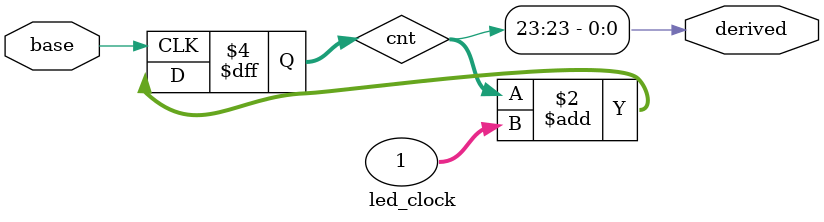
<source format=sv>
module led_clock(
	input logic base,
	output logic derived);
	logic [31:0] cnt = 32'h00000000; // initialize counter with zero
	always_ff @(posedge base) begin
		cnt <= cnt + 1; // count up
	end
	assign derived = cnt[23];
endmodule
</source>
